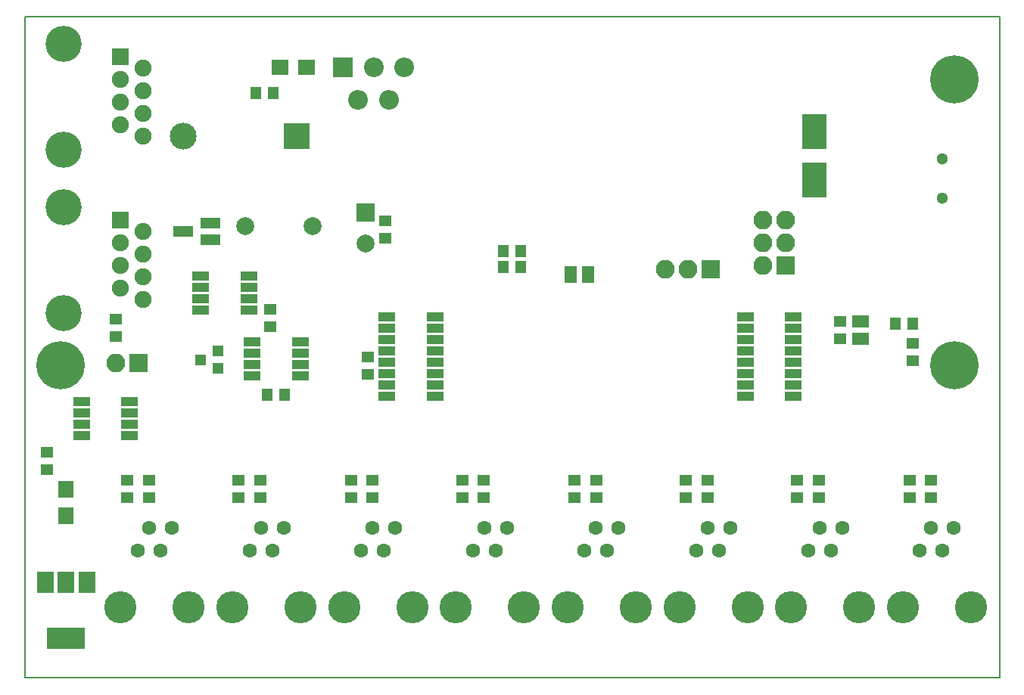
<source format=gbr>
G04 #@! TF.FileFunction,Soldermask,Bot*
%FSLAX46Y46*%
G04 Gerber Fmt 4.6, Leading zero omitted, Abs format (unit mm)*
G04 Created by KiCad (PCBNEW 4.0.7) date Wed Mar 21 17:07:03 2018*
%MOMM*%
%LPD*%
G01*
G04 APERTURE LIST*
%ADD10C,0.100000*%
%ADD11C,0.150000*%
%ADD12C,1.600000*%
%ADD13C,3.600000*%
%ADD14C,5.400000*%
%ADD15R,1.935000X1.800000*%
%ADD16R,1.800000X1.935000*%
%ADD17R,2.000000X2.000000*%
%ADD18C,2.000000*%
%ADD19R,1.400000X1.245000*%
%ADD20R,1.245000X1.400000*%
%ADD21R,3.000000X3.000000*%
%ADD22O,3.000000X3.000000*%
%ADD23R,1.300000X1.200000*%
%ADD24R,2.700000X3.900000*%
%ADD25R,1.370000X1.900000*%
%ADD26R,1.900000X1.370000*%
%ADD27R,2.100000X2.100000*%
%ADD28O,2.100000X2.100000*%
%ADD29C,4.050000*%
%ADD30R,1.900000X1.900000*%
%ADD31C,1.900000*%
%ADD32C,1.300000*%
%ADD33R,2.300000X1.200000*%
%ADD34R,4.200000X2.400000*%
%ADD35R,1.900000X2.400000*%
%ADD36R,1.950000X1.000000*%
%ADD37R,1.900000X1.000000*%
%ADD38R,2.200000X2.200000*%
%ADD39O,2.200000X2.200000*%
G04 APERTURE END LIST*
D10*
D11*
X134000000Y-140000000D02*
X134000000Y-66000000D01*
X25000000Y-66000000D02*
X25000000Y-140000000D01*
X25000000Y-66000000D02*
X134000000Y-66000000D01*
X133000000Y-140000000D02*
X134000000Y-140000000D01*
X25000000Y-140000000D02*
X133000000Y-140000000D01*
D12*
X87595000Y-125800000D03*
X88865000Y-123260000D03*
X90135000Y-125800000D03*
X91405000Y-123260000D03*
D13*
X85690000Y-132150000D03*
X93310000Y-132150000D03*
D12*
X75095000Y-125800000D03*
X76365000Y-123260000D03*
X77635000Y-125800000D03*
X78905000Y-123260000D03*
D13*
X73190000Y-132150000D03*
X80810000Y-132150000D03*
D12*
X37595000Y-125800000D03*
X38865000Y-123260000D03*
X40135000Y-125800000D03*
X41405000Y-123260000D03*
D13*
X35690000Y-132150000D03*
X43310000Y-132150000D03*
D12*
X50095000Y-125800000D03*
X51365000Y-123260000D03*
X52635000Y-125800000D03*
X53905000Y-123260000D03*
D13*
X48190000Y-132150000D03*
X55810000Y-132150000D03*
D12*
X62595000Y-125800000D03*
X63865000Y-123260000D03*
X65135000Y-125800000D03*
X66405000Y-123260000D03*
D13*
X60690000Y-132150000D03*
X68310000Y-132150000D03*
D12*
X100095000Y-125800000D03*
X101365000Y-123260000D03*
X102635000Y-125800000D03*
X103905000Y-123260000D03*
D13*
X98190000Y-132150000D03*
X105810000Y-132150000D03*
D12*
X112595000Y-125800000D03*
X113865000Y-123260000D03*
X115135000Y-125800000D03*
X116405000Y-123260000D03*
D13*
X110690000Y-132150000D03*
X118310000Y-132150000D03*
D12*
X125095000Y-125800000D03*
X126365000Y-123260000D03*
X127635000Y-125800000D03*
X128905000Y-123260000D03*
D13*
X123190000Y-132150000D03*
X130810000Y-132150000D03*
D14*
X29000000Y-105000000D03*
X129000000Y-73000000D03*
X129000000Y-105000000D03*
D15*
X56458500Y-71628000D03*
X53523500Y-71628000D03*
D16*
X29591000Y-121863500D03*
X29591000Y-118928500D03*
D17*
X63119000Y-87884000D03*
D18*
X63119000Y-91384000D03*
D19*
X27432000Y-116659500D03*
X27432000Y-114734500D03*
X65278000Y-88826500D03*
X65278000Y-90751500D03*
D20*
X80464500Y-92202000D03*
X78539500Y-92202000D03*
X52778500Y-74549000D03*
X50853500Y-74549000D03*
D21*
X55372000Y-79375000D03*
D22*
X42672000Y-79375000D03*
D23*
X46593000Y-103444000D03*
X46593000Y-105344000D03*
X44593000Y-104394000D03*
D24*
X113284000Y-78834000D03*
X113284000Y-84234000D03*
D25*
X86040000Y-94869000D03*
X87950000Y-94869000D03*
D26*
X118491000Y-100137000D03*
X118491000Y-102047000D03*
D27*
X110109000Y-93853000D03*
D28*
X107569000Y-93853000D03*
X110109000Y-91313000D03*
X107569000Y-91313000D03*
X110109000Y-88773000D03*
X107569000Y-88773000D03*
D27*
X37719000Y-104775000D03*
D28*
X35179000Y-104775000D03*
D18*
X57150000Y-89408000D03*
X49650000Y-89408000D03*
D29*
X29337000Y-80865000D03*
X29337000Y-68995000D03*
D30*
X35687000Y-70485000D03*
D31*
X38227000Y-71755000D03*
X35687000Y-73025000D03*
X38227000Y-74295000D03*
X35687000Y-75565000D03*
X38227000Y-76835000D03*
X35687000Y-78105000D03*
X38227000Y-79375000D03*
D27*
X101727000Y-94234000D03*
D28*
X99187000Y-94234000D03*
X96647000Y-94234000D03*
D32*
X127639000Y-86274000D03*
X127639000Y-81874000D03*
D29*
X29337000Y-99153000D03*
X29337000Y-87283000D03*
D30*
X35687000Y-88773000D03*
D31*
X38227000Y-90043000D03*
X35687000Y-91313000D03*
X38227000Y-92583000D03*
X35687000Y-93853000D03*
X38227000Y-95123000D03*
X35687000Y-96393000D03*
X38227000Y-97663000D03*
D33*
X45696000Y-89093000D03*
X45696000Y-90993000D03*
X42696000Y-90043000D03*
D19*
X124333000Y-104467500D03*
X124333000Y-102542500D03*
D20*
X124279500Y-100330000D03*
X122354500Y-100330000D03*
X52123500Y-108331000D03*
X54048500Y-108331000D03*
D19*
X35179000Y-99875500D03*
X35179000Y-101800500D03*
X36449000Y-119834500D03*
X36449000Y-117909500D03*
X38862000Y-119834500D03*
X38862000Y-117909500D03*
X48895000Y-119834500D03*
X48895000Y-117909500D03*
X51308000Y-119834500D03*
X51308000Y-117909500D03*
X61468000Y-119834500D03*
X61468000Y-117909500D03*
X63881000Y-119834500D03*
X63881000Y-117909500D03*
X73914000Y-119834500D03*
X73914000Y-117909500D03*
X76327000Y-119834500D03*
X76327000Y-117909500D03*
X86487000Y-119834500D03*
X86487000Y-117909500D03*
X88900000Y-119834500D03*
X88900000Y-117909500D03*
X98933000Y-119834500D03*
X98933000Y-117909500D03*
X101346000Y-119834500D03*
X101346000Y-117909500D03*
X111379000Y-119834500D03*
X111379000Y-117909500D03*
X113792000Y-119834500D03*
X113792000Y-117909500D03*
X123952000Y-119834500D03*
X123952000Y-117909500D03*
X126365000Y-119834500D03*
X126365000Y-117909500D03*
X52451000Y-98732500D03*
X52451000Y-100657500D03*
X63373000Y-105991500D03*
X63373000Y-104066500D03*
X116205000Y-102054500D03*
X116205000Y-100129500D03*
D20*
X80464500Y-93980000D03*
X78539500Y-93980000D03*
D34*
X29591000Y-135611000D03*
D35*
X29591000Y-129311000D03*
X31891000Y-129311000D03*
X27291000Y-129311000D03*
D36*
X55786000Y-102362000D03*
X55786000Y-103632000D03*
X55786000Y-104902000D03*
X55786000Y-106172000D03*
X50386000Y-106172000D03*
X50386000Y-104902000D03*
X50386000Y-103632000D03*
X50386000Y-102362000D03*
D37*
X65499000Y-108458000D03*
X65499000Y-107188000D03*
X65499000Y-105918000D03*
X65499000Y-104648000D03*
X65499000Y-103378000D03*
X65499000Y-102108000D03*
X65499000Y-100838000D03*
X65499000Y-99568000D03*
X70899000Y-99568000D03*
X70899000Y-100838000D03*
X70899000Y-102108000D03*
X70899000Y-103378000D03*
X70899000Y-104648000D03*
X70899000Y-105918000D03*
X70899000Y-107188000D03*
X70899000Y-108458000D03*
X110950000Y-99555000D03*
X110950000Y-100825000D03*
X110950000Y-102095000D03*
X110950000Y-103365000D03*
X110950000Y-104635000D03*
X110950000Y-105905000D03*
X110950000Y-107175000D03*
X110950000Y-108445000D03*
X105550000Y-108445000D03*
X105550000Y-107175000D03*
X105550000Y-105905000D03*
X105550000Y-104635000D03*
X105550000Y-103365000D03*
X105550000Y-102095000D03*
X105550000Y-100825000D03*
X105550000Y-99555000D03*
D36*
X31300000Y-112905000D03*
X31300000Y-111635000D03*
X31300000Y-110365000D03*
X31300000Y-109095000D03*
X36700000Y-109095000D03*
X36700000Y-110365000D03*
X36700000Y-111635000D03*
X36700000Y-112905000D03*
X44671000Y-98806000D03*
X44671000Y-97536000D03*
X44671000Y-96266000D03*
X44671000Y-94996000D03*
X50071000Y-94996000D03*
X50071000Y-96266000D03*
X50071000Y-97536000D03*
X50071000Y-98806000D03*
D38*
X60579000Y-71628000D03*
D39*
X62279000Y-75328000D03*
X63979000Y-71628000D03*
X65679000Y-75328000D03*
X67379000Y-71628000D03*
M02*

</source>
